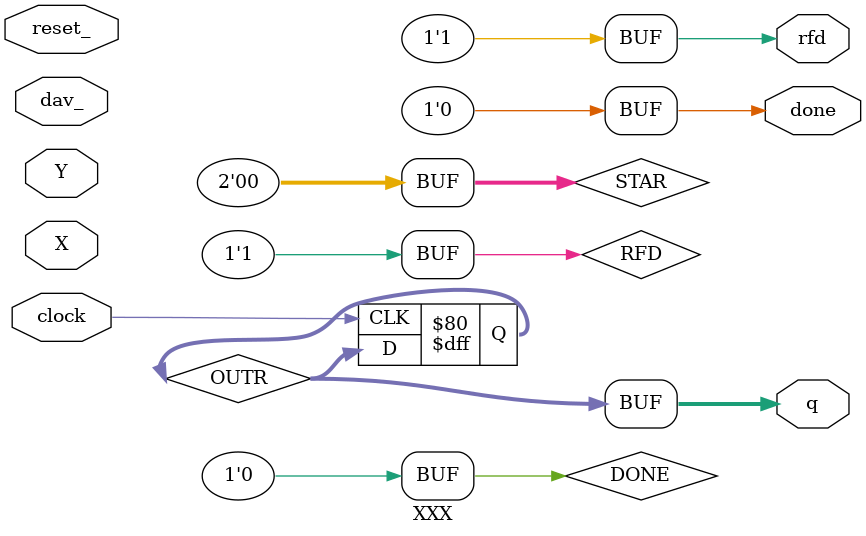
<source format=v>
`timescale 1ns/1ps

module TopLevel;
reg reset_; initial begin reset_=0; #1 reset_=1; #350; $stop; end
reg clock1 ; initial clock1 =0; always #2 clock1 <=(!clock1);
reg clock2 ; initial clock2 =0; always #5 clock2 <=(!clock2);
 wire[2:0] X,Y;
 wire rfd, dav_;
 wire[1:0]q;
 wire done;
 wire[1:0] STAR=Xxx.STAR;
 XXX Xxx(rfd, dav_,X,Y, q,done, clock1,reset_);
 Produttore PRO(rfd,clock2,reset_ ,dav_,X,Y);
endmodule


module Produttore(rfd,clock, reset_, dav_,X,Y);
input rfd, clock, reset_;
output dav_;
output [2:0] X,Y;
reg DAV_; assign dav_=DAV_;
reg [2:0] APP1_X, APP2_X, APP1_Y, APP2_Y; assign X=APP1_X, Y=APP1_Y;
reg [1:0] STAR;
parameter S0 = 0, S1 = 1, S2 = 2;

always @(reset_ == 0)
begin APP2_X <= 'B111; APP2_Y <= 001; DAV_ <= 1; end
always @(posedge clock) if (reset_ == 1) #0.2
  casex(STAR)
    S0: begin DAV_ = 1; APP1_X <= APP2_X; APP1_Y <= APP2_Y; STAR <= (rfd==1) ? S1:S0; end
    S1: begin DAV_= 0; APP2_X <= APP1_X+1; APP2_Y <= APP1_Y+1; STAR <= S2; end
    S2: begin STAR <= (rfd==1) ? S2:S0; end
  endcase
endmodule


module XXX(rfd,dav_,X,Y, q,done, clock, reset_);
  input [2:0] X,Y;
  input clock, reset_, dav_;
  output [1:0] q;
  output done, rfd;
  reg [1:0] STAR, OUTR; assign q = OUTR;
  reg DONE, RFD; assign rfd = RFD, done = DONE;

  parameter S0 = 0, S1 = 1, S2 = 2;

  function [1:0] elab;
    input [2:0] X,Y;
    elab = {X[2], ~Y[2]};
  endfunction

  always @(reset_ == 0) begin DONE <= 0; RFD <= 1; STAR = S0; end

  always @(posedge clock) if (reset_ == 1) #3
    casex(STAR)
      S0: begin RFD<=1; STAR<=(dav_==1) ? S0:S1; end
      S1: begin RFD<=0; OUTR<=elab(X,Y); DONE<=1; STAR<=S2; end
      S2: begin DONE<=0; STAR<=(dav_==0)? S2:S0; end
    endcase
endmodule


</source>
